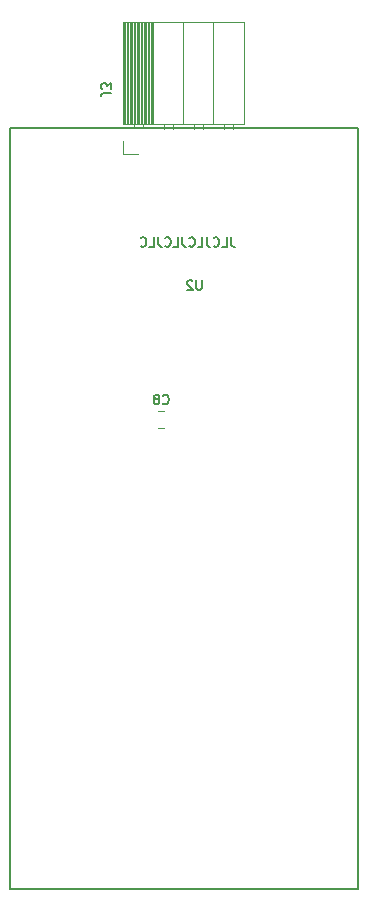
<source format=gbr>
G04 #@! TF.GenerationSoftware,KiCad,Pcbnew,(5.1.6-0-10_14)*
G04 #@! TF.CreationDate,2021-01-15T18:00:30+01:00*
G04 #@! TF.ProjectId,cdm324,63646d33-3234-42e6-9b69-6361645f7063,rev?*
G04 #@! TF.SameCoordinates,Original*
G04 #@! TF.FileFunction,Legend,Bot*
G04 #@! TF.FilePolarity,Positive*
%FSLAX46Y46*%
G04 Gerber Fmt 4.6, Leading zero omitted, Abs format (unit mm)*
G04 Created by KiCad (PCBNEW (5.1.6-0-10_14)) date 2021-01-15 18:00:30*
%MOMM*%
%LPD*%
G01*
G04 APERTURE LIST*
%ADD10C,0.153000*%
G04 #@! TA.AperFunction,Profile*
%ADD11C,0.150000*%
G04 #@! TD*
%ADD12C,0.120000*%
%ADD13C,0.150000*%
G04 APERTURE END LIST*
D10*
X104095238Y-77381904D02*
X104095238Y-77953333D01*
X104133333Y-78067619D01*
X104209523Y-78143809D01*
X104323809Y-78181904D01*
X104400000Y-78181904D01*
X103333333Y-78181904D02*
X103714285Y-78181904D01*
X103714285Y-77381904D01*
X102609523Y-78105714D02*
X102647619Y-78143809D01*
X102761904Y-78181904D01*
X102838095Y-78181904D01*
X102952380Y-78143809D01*
X103028571Y-78067619D01*
X103066666Y-77991428D01*
X103104761Y-77839047D01*
X103104761Y-77724761D01*
X103066666Y-77572380D01*
X103028571Y-77496190D01*
X102952380Y-77420000D01*
X102838095Y-77381904D01*
X102761904Y-77381904D01*
X102647619Y-77420000D01*
X102609523Y-77458095D01*
X102038095Y-77381904D02*
X102038095Y-77953333D01*
X102076190Y-78067619D01*
X102152380Y-78143809D01*
X102266666Y-78181904D01*
X102342857Y-78181904D01*
X101276190Y-78181904D02*
X101657142Y-78181904D01*
X101657142Y-77381904D01*
X100552380Y-78105714D02*
X100590476Y-78143809D01*
X100704761Y-78181904D01*
X100780952Y-78181904D01*
X100895238Y-78143809D01*
X100971428Y-78067619D01*
X101009523Y-77991428D01*
X101047619Y-77839047D01*
X101047619Y-77724761D01*
X101009523Y-77572380D01*
X100971428Y-77496190D01*
X100895238Y-77420000D01*
X100780952Y-77381904D01*
X100704761Y-77381904D01*
X100590476Y-77420000D01*
X100552380Y-77458095D01*
X99980952Y-77381904D02*
X99980952Y-77953333D01*
X100019047Y-78067619D01*
X100095238Y-78143809D01*
X100209523Y-78181904D01*
X100285714Y-78181904D01*
X99219047Y-78181904D02*
X99600000Y-78181904D01*
X99600000Y-77381904D01*
X98495238Y-78105714D02*
X98533333Y-78143809D01*
X98647619Y-78181904D01*
X98723809Y-78181904D01*
X98838095Y-78143809D01*
X98914285Y-78067619D01*
X98952380Y-77991428D01*
X98990476Y-77839047D01*
X98990476Y-77724761D01*
X98952380Y-77572380D01*
X98914285Y-77496190D01*
X98838095Y-77420000D01*
X98723809Y-77381904D01*
X98647619Y-77381904D01*
X98533333Y-77420000D01*
X98495238Y-77458095D01*
X97923809Y-77381904D02*
X97923809Y-77953333D01*
X97961904Y-78067619D01*
X98038095Y-78143809D01*
X98152380Y-78181904D01*
X98228571Y-78181904D01*
X97161904Y-78181904D02*
X97542857Y-78181904D01*
X97542857Y-77381904D01*
X96438095Y-78105714D02*
X96476190Y-78143809D01*
X96590476Y-78181904D01*
X96666666Y-78181904D01*
X96780952Y-78143809D01*
X96857142Y-78067619D01*
X96895238Y-77991428D01*
X96933333Y-77839047D01*
X96933333Y-77724761D01*
X96895238Y-77572380D01*
X96857142Y-77496190D01*
X96780952Y-77420000D01*
X96666666Y-77381904D01*
X96590476Y-77381904D01*
X96476190Y-77420000D01*
X96438095Y-77458095D01*
D11*
X85350000Y-132600000D02*
X85350000Y-68100000D01*
X114850000Y-132600000D02*
X85350000Y-132600000D01*
X114850000Y-68100000D02*
X114850000Y-132600000D01*
X85350000Y-68100000D02*
X114850000Y-68100000D01*
D12*
X98458578Y-92090000D02*
X97941422Y-92090000D01*
X98458578Y-93510000D02*
X97941422Y-93510000D01*
X94920000Y-69250000D02*
X94920000Y-70360000D01*
X94920000Y-70360000D02*
X96250000Y-70360000D01*
X94920000Y-59160000D02*
X105200000Y-59160000D01*
X105200000Y-59160000D02*
X105200000Y-67790000D01*
X94920000Y-67790000D02*
X105200000Y-67790000D01*
X94920000Y-59160000D02*
X94920000Y-67790000D01*
X102600000Y-59160000D02*
X102600000Y-67790000D01*
X100060000Y-59160000D02*
X100060000Y-67790000D01*
X97520000Y-59160000D02*
X97520000Y-67790000D01*
X104230000Y-67790000D02*
X104230000Y-68200000D01*
X103510000Y-67790000D02*
X103510000Y-68200000D01*
X101690000Y-67790000D02*
X101690000Y-68200000D01*
X100970000Y-67790000D02*
X100970000Y-68200000D01*
X99150000Y-67790000D02*
X99150000Y-68200000D01*
X98430000Y-67790000D02*
X98430000Y-68200000D01*
X96610000Y-67790000D02*
X96610000Y-68140000D01*
X95890000Y-67790000D02*
X95890000Y-68140000D01*
X97401900Y-59160000D02*
X97401900Y-67790000D01*
X97283805Y-59160000D02*
X97283805Y-67790000D01*
X97165710Y-59160000D02*
X97165710Y-67790000D01*
X97047615Y-59160000D02*
X97047615Y-67790000D01*
X96929520Y-59160000D02*
X96929520Y-67790000D01*
X96811425Y-59160000D02*
X96811425Y-67790000D01*
X96693330Y-59160000D02*
X96693330Y-67790000D01*
X96575235Y-59160000D02*
X96575235Y-67790000D01*
X96457140Y-59160000D02*
X96457140Y-67790000D01*
X96339045Y-59160000D02*
X96339045Y-67790000D01*
X96220950Y-59160000D02*
X96220950Y-67790000D01*
X96102855Y-59160000D02*
X96102855Y-67790000D01*
X95984760Y-59160000D02*
X95984760Y-67790000D01*
X95866665Y-59160000D02*
X95866665Y-67790000D01*
X95748570Y-59160000D02*
X95748570Y-67790000D01*
X95630475Y-59160000D02*
X95630475Y-67790000D01*
X95512380Y-59160000D02*
X95512380Y-67790000D01*
X95394285Y-59160000D02*
X95394285Y-67790000D01*
X95276190Y-59160000D02*
X95276190Y-67790000D01*
X95158095Y-59160000D02*
X95158095Y-67790000D01*
X95040000Y-59160000D02*
X95040000Y-67790000D01*
D13*
X98333333Y-91435714D02*
X98371428Y-91473809D01*
X98485714Y-91511904D01*
X98561904Y-91511904D01*
X98676190Y-91473809D01*
X98752380Y-91397619D01*
X98790476Y-91321428D01*
X98828571Y-91169047D01*
X98828571Y-91054761D01*
X98790476Y-90902380D01*
X98752380Y-90826190D01*
X98676190Y-90750000D01*
X98561904Y-90711904D01*
X98485714Y-90711904D01*
X98371428Y-90750000D01*
X98333333Y-90788095D01*
X97876190Y-91054761D02*
X97952380Y-91016666D01*
X97990476Y-90978571D01*
X98028571Y-90902380D01*
X98028571Y-90864285D01*
X97990476Y-90788095D01*
X97952380Y-90750000D01*
X97876190Y-90711904D01*
X97723809Y-90711904D01*
X97647619Y-90750000D01*
X97609523Y-90788095D01*
X97571428Y-90864285D01*
X97571428Y-90902380D01*
X97609523Y-90978571D01*
X97647619Y-91016666D01*
X97723809Y-91054761D01*
X97876190Y-91054761D01*
X97952380Y-91092857D01*
X97990476Y-91130952D01*
X98028571Y-91207142D01*
X98028571Y-91359523D01*
X97990476Y-91435714D01*
X97952380Y-91473809D01*
X97876190Y-91511904D01*
X97723809Y-91511904D01*
X97647619Y-91473809D01*
X97609523Y-91435714D01*
X97571428Y-91359523D01*
X97571428Y-91207142D01*
X97609523Y-91130952D01*
X97647619Y-91092857D01*
X97723809Y-91054761D01*
D10*
X101599523Y-81021904D02*
X101599523Y-81669523D01*
X101561428Y-81745714D01*
X101523333Y-81783809D01*
X101447142Y-81821904D01*
X101294761Y-81821904D01*
X101218571Y-81783809D01*
X101180476Y-81745714D01*
X101142380Y-81669523D01*
X101142380Y-81021904D01*
X100799523Y-81098095D02*
X100761428Y-81060000D01*
X100685238Y-81021904D01*
X100494761Y-81021904D01*
X100418571Y-81060000D01*
X100380476Y-81098095D01*
X100342380Y-81174285D01*
X100342380Y-81250476D01*
X100380476Y-81364761D01*
X100837619Y-81821904D01*
X100342380Y-81821904D01*
X93918095Y-65136666D02*
X93346666Y-65136666D01*
X93232380Y-65174761D01*
X93156190Y-65250952D01*
X93118095Y-65365238D01*
X93118095Y-65441428D01*
X93918095Y-64831904D02*
X93918095Y-64336666D01*
X93613333Y-64603333D01*
X93613333Y-64489047D01*
X93575238Y-64412857D01*
X93537142Y-64374761D01*
X93460952Y-64336666D01*
X93270476Y-64336666D01*
X93194285Y-64374761D01*
X93156190Y-64412857D01*
X93118095Y-64489047D01*
X93118095Y-64717619D01*
X93156190Y-64793809D01*
X93194285Y-64831904D01*
M02*

</source>
